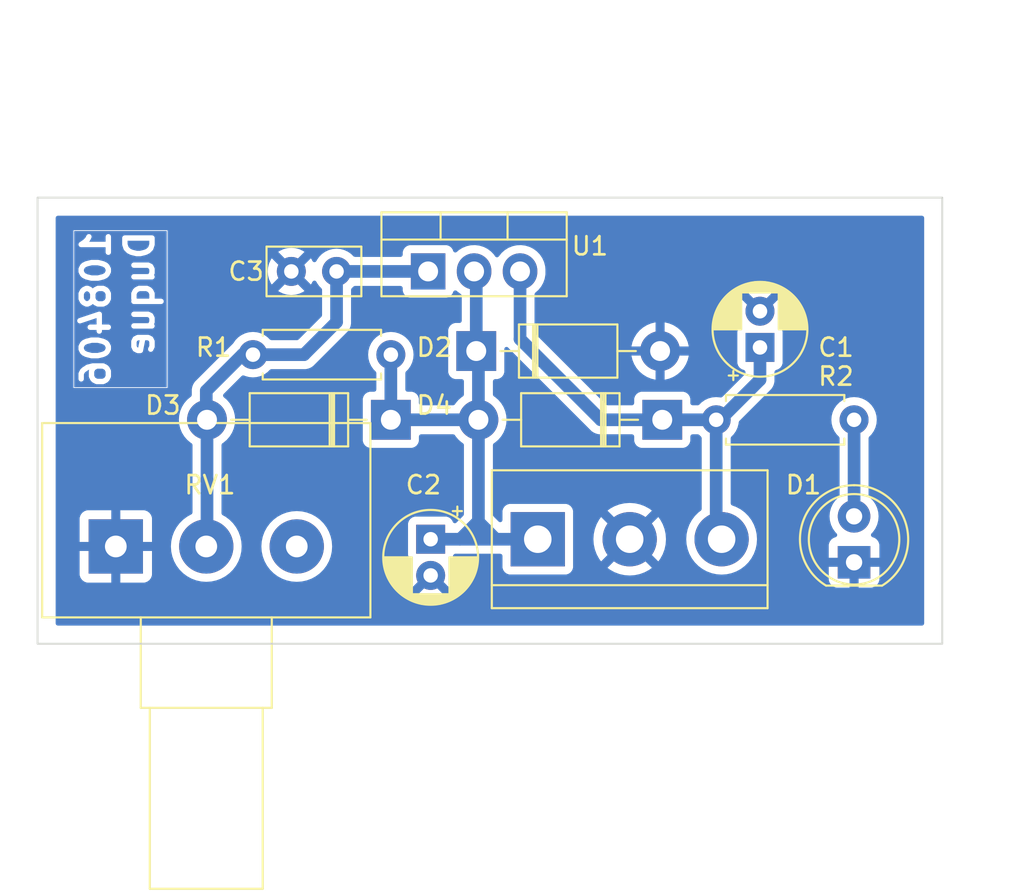
<source format=kicad_pcb>
(kicad_pcb (version 20221018) (generator pcbnew)
  (layers (0 "F.Cu" signal) (31 "B.Cu" signal) (34 "B.Paste" user) (35 "F.Paste" user) (36 "B.SilkS" user "B.Silkscreen") (37 "F.SilkS" user "F.Silkscreen") (38 "B.Mask" user) (39 "F.Mask" user) (44 "Edge.Cuts" user))
  (net 0 "")
  (net 1 "VCC")
  (net 2 "GND")
  (net 3 "/Vout")
  (net 4 "Net-(D3-A)")
  (net 5 "Net-(D1-A)")
  (footprint "Diode_THT:D_DO-41_SOD81_P10.16mm_Horizontal" (layer "F.Cu") (at 137.4 92.4 180)
    (fp_text reference "D3" (at 12.6 0.8) (layer "F.SilkS"))
    (fp_text value "1N4007")
    (fp_line (start 1.34 0) (end 2.36 0) (stroke (width 0.12)) (layer "F.SilkS"))
    (fp_line (start 2.36 -1.47) (end 2.36 1.47) (stroke (width 0.12)) (layer "F.SilkS"))
    (fp_line (start 2.36 1.47) (end 7.8 1.47) (stroke (width 0.12)) (layer "F.SilkS"))
    (fp_line (start 3.14 -1.47) (end 3.14 1.47) (stroke (width 0.12)) (layer "F.SilkS"))
    (fp_line (start 3.26 -1.47) (end 3.26 1.47) (stroke (width 0.12)) (layer "F.SilkS"))
    (fp_line (start 3.38 -1.47) (end 3.38 1.47) (stroke (width 0.12)) (layer "F.SilkS"))
    (fp_line (start 7.8 -1.47) (end 2.36 -1.47) (stroke (width 0.12)) (layer "F.SilkS"))
    (fp_line (start 7.8 1.47) (end 7.8 -1.47) (stroke (width 0.12)) (layer "F.SilkS"))
    (fp_line (start 8.82 0) (end 7.8 0) (stroke (width 0.12)) (layer "F.SilkS"))
    (pad "1" thru_hole rect (at 0 0 180) (size 2.2 2.2) (drill 1.1) (layers "*.Cu" "*.Mask") (net 3 "/Vout"))
    (pad "2" thru_hole oval (at 10.16 0 180) (size 2.2 2.2) (drill 1.1) (layers "*.Cu" "*.Mask") (net 4 "Net-(D3-A)"))
  )
  (footprint "LED_THT:LED_D5.0mm" (layer "F.Cu") (at 163 100.275 90)
    (fp_text reference "D1" (at 4.275 -2.8) (layer "F.SilkS"))
    (fp_text value "Red")
    (fp_line (start -1.29 -1.545) (end -1.29 1.545) (stroke (width 0.12)) (layer "F.SilkS"))
    (fp_arc (start -1.29 -1.54483) (mid 2.072002 -2.880433) (end 4.26 0.000462) (stroke (width 0.12)) (layer "F.SilkS"))
    (fp_arc (start 4.26 -0.000462) (mid 2.072002 2.880433) (end -1.29 1.54483) (stroke (width 0.12)) (layer "F.SilkS"))
    (fp_circle (center 1.27 0) (end 3.77 0) (stroke (width 0.12)) (fill none) (layer "F.SilkS"))
    (pad "1" thru_hole rect (at 0 0 90) (size 1.8 1.8) (drill 0.9) (layers "*.Cu" "*.Mask") (net 2 "GND"))
    (pad "2" thru_hole circle (at 2.54 0 90) (size 1.8 1.8) (drill 0.9) (layers "*.Cu" "*.Mask") (net 5 "Net-(D1-A)"))
  )
  (footprint "Package_TO_SOT_THT:TO-220-3_Vertical" (layer "F.Cu") (at 139.46 84.2)
    (fp_text reference "U1" (at 8.94 -1.4) (layer "F.SilkS"))
    (fp_text value "LM317")
    (fp_line (start -2.58 -3.27) (end -2.58 1.371) (stroke (width 0.12)) (layer "F.SilkS"))
    (fp_line (start -2.58 -3.27) (end 7.66 -3.27) (stroke (width 0.12)) (layer "F.SilkS"))
    (fp_line (start -2.58 -1.76) (end 7.66 -1.76) (stroke (width 0.12)) (layer "F.SilkS"))
    (fp_line (start -2.58 1.371) (end 7.66 1.371) (stroke (width 0.12)) (layer "F.SilkS"))
    (fp_line (start 0.69 -3.27) (end 0.69 -1.76) (stroke (width 0.12)) (layer "F.SilkS"))
    (fp_line (start 4.391 -3.27) (end 4.391 -1.76) (stroke (width 0.12)) (layer "F.SilkS"))
    (fp_line (start 7.66 -3.27) (end 7.66 1.371) (stroke (width 0.12)) (layer "F.SilkS"))
    (pad "1" thru_hole rect (at 0 0) (size 1.905 2) (drill 1.1) (layers "*.Cu" "*.Mask") (net 4 "Net-(D3-A)"))
    (pad "2" thru_hole oval (at 2.54 0) (size 1.905 2) (drill 1.1) (layers "*.Cu" "*.Mask") (net 3 "/Vout"))
    (pad "3" thru_hole oval (at 5.08 0) (size 1.905 2) (drill 1.1) (layers "*.Cu" "*.Mask") (net 1 "VCC"))
  )
  (footprint "Diode_THT:D_DO-41_SOD81_P10.16mm_Horizontal" (layer "F.Cu") (at 142.12 88.6)
    (fp_text reference "D2" (at -2.32 -0.2) (layer "F.SilkS"))
    (fp_text value "1N4007")
    (fp_line (start 1.34 0) (end 2.36 0) (stroke (width 0.12)) (layer "F.SilkS"))
    (fp_line (start 2.36 -1.47) (end 2.36 1.47) (stroke (width 0.12)) (layer "F.SilkS"))
    (fp_line (start 2.36 1.47) (end 7.8 1.47) (stroke (width 0.12)) (layer "F.SilkS"))
    (fp_line (start 3.14 -1.47) (end 3.14 1.47) (stroke (width 0.12)) (layer "F.SilkS"))
    (fp_line (start 3.26 -1.47) (end 3.26 1.47) (stroke (width 0.12)) (layer "F.SilkS"))
    (fp_line (start 3.38 -1.47) (end 3.38 1.47) (stroke (width 0.12)) (layer "F.SilkS"))
    (fp_line (start 7.8 -1.47) (end 2.36 -1.47) (stroke (width 0.12)) (layer "F.SilkS"))
    (fp_line (start 7.8 1.47) (end 7.8 -1.47) (stroke (width 0.12)) (layer "F.SilkS"))
    (fp_line (start 8.82 0) (end 7.8 0) (stroke (width 0.12)) (layer "F.SilkS"))
    (pad "1" thru_hole rect (at 0 0) (size 2.2 2.2) (drill 1.1) (layers "*.Cu" "*.Mask") (net 3 "/Vout"))
    (pad "2" thru_hole oval (at 10.16 0) (size 2.2 2.2) (drill 1.1) (layers "*.Cu" "*.Mask") (net 2 "GND"))
  )
  (footprint "Diode_THT:D_DO-41_SOD81_P10.16mm_Horizontal" (layer "F.Cu") (at 152.4 92.4 180)
    (fp_text reference "D4" (at 12.6 0.8) (layer "F.SilkS"))
    (fp_text value "1N4007")
    (fp_line (start 1.34 0) (end 2.36 0) (stroke (width 0.12)) (layer "F.SilkS"))
    (fp_line (start 2.36 -1.47) (end 2.36 1.47) (stroke (width 0.12)) (layer "F.SilkS"))
    (fp_line (start 2.36 1.47) (end 7.8 1.47) (stroke (width 0.12)) (layer "F.SilkS"))
    (fp_line (start 3.14 -1.47) (end 3.14 1.47) (stroke (width 0.12)) (layer "F.SilkS"))
    (fp_line (start 3.26 -1.47) (end 3.26 1.47) (stroke (width 0.12)) (layer "F.SilkS"))
    (fp_line (start 3.38 -1.47) (end 3.38 1.47) (stroke (width 0.12)) (layer "F.SilkS"))
    (fp_line (start 7.8 -1.47) (end 2.36 -1.47) (stroke (width 0.12)) (layer "F.SilkS"))
    (fp_line (start 7.8 1.47) (end 7.8 -1.47) (stroke (width 0.12)) (layer "F.SilkS"))
    (fp_line (start 8.82 0) (end 7.8 0) (stroke (width 0.12)) (layer "F.SilkS"))
    (pad "1" thru_hole rect (at 0 0 180) (size 2.2 2.2) (drill 1.1) (layers "*.Cu" "*.Mask") (net 1 "VCC"))
    (pad "2" thru_hole oval (at 10.16 0 180) (size 2.2 2.2) (drill 1.1) (layers "*.Cu" "*.Mask") (net 3 "/Vout"))
  )
  (footprint "TerminalBlock:TerminalBlock_bornier-3_P5.08mm" (layer "F.Cu") (at 145.52 99)
    (fp_text reference "J1" hide)
    (fp_text value "Bornera")
    (fp_line (start -2.54 -3.81) (end 12.7 -3.81) (stroke (width 0.12)) (layer "F.SilkS"))
    (fp_line (start -2.54 2.54) (end 12.7 2.54) (stroke (width 0.12)) (layer "F.SilkS"))
    (fp_line (start -2.54 3.81) (end -2.54 -3.81) (stroke (width 0.12)) (layer "F.SilkS"))
    (fp_line (start -2.54 3.81) (end 12.7 3.81) (stroke (width 0.12)) (layer "F.SilkS"))
    (fp_line (start 12.7 3.81) (end 12.7 -3.81) (stroke (width 0.12)) (layer "F.SilkS"))
    (pad "1" thru_hole rect (at 0 0) (size 3 3) (drill 1.52) (layers "*.Cu" "*.Mask") (net 3 "/Vout"))
    (pad "2" thru_hole circle (at 5.08 0) (size 3 3) (drill 1.52) (layers "*.Cu" "*.Mask") (net 2 "GND"))
    (pad "3" thru_hole circle (at 10.16 0) (size 3 3) (drill 1.52) (layers "*.Cu" "*.Mask") (net 1 "VCC"))
  )
  (footprint "Capacitor_THT:CP_Radial_D5.0mm_P2.00mm" (layer "F.Cu") (at 157.8 88.4 90)
    (fp_text reference "C1" (at 0 4.2 180) (layer "F.SilkS"))
    (fp_text value "10u")
    (fp_line (start -1.804775 -1.475) (end -1.304775 -1.475) (stroke (width 0.12)) (layer "F.SilkS"))
    (fp_line (start -1.554775 -1.725) (end -1.554775 -1.225) (stroke (width 0.12)) (layer "F.SilkS"))
    (fp_line (start 1 -2.58) (end 1 -1.04) (stroke (width 0.12)) (layer "F.SilkS"))
    (fp_line (start 1 1.04) (end 1 2.58) (stroke (width 0.12)) (layer "F.SilkS"))
    (fp_line (start 1.04 -2.58) (end 1.04 -1.04) (stroke (width 0.12)) (layer "F.SilkS"))
    (fp_line (start 1.04 1.04) (end 1.04 2.58) (stroke (width 0.12)) (layer "F.SilkS"))
    (fp_line (start 1.08 -2.579) (end 1.08 -1.04) (stroke (width 0.12)) (layer "F.SilkS"))
    (fp_line (start 1.08 1.04) (end 1.08 2.579) (stroke (width 0.12)) (layer "F.SilkS"))
    (fp_line (start 1.12 -2.578) (end 1.12 -1.04) (stroke (width 0.12)) (layer "F.SilkS"))
    (fp_line (start 1.12 1.04) (end 1.12 2.578) (stroke (width 0.12)) (layer "F.SilkS"))
    (fp_line (start 1.16 -2.576) (end 1.16 -1.04) (stroke (width 0.12)) (layer "F.SilkS"))
    (fp_line (start 1.16 1.04) (end 1.16 2.576) (stroke (width 0.12)) (layer "F.SilkS"))
    (fp_line (start 1.2 -2.573) (end 1.2 -1.04) (stroke (width 0.12)) (layer "F.SilkS"))
    (fp_line (start 1.2 1.04) (end 1.2 2.573) (stroke (width 0.12)) (layer "F.SilkS"))
    (fp_line (start 1.24 -2.569) (end 1.24 -1.04) (stroke (width 0.12)) (layer "F.SilkS"))
    (fp_line (start 1.24 1.04) (end 1.24 2.569) (stroke (width 0.12)) (layer "F.SilkS"))
    (fp_line (start 1.28 -2.565) (end 1.28 -1.04) (stroke (width 0.12)) (layer "F.SilkS"))
    (fp_line (start 1.28 1.04) (end 1.28 2.565) (stroke (width 0.12)) (layer "F.SilkS"))
    (fp_line (start 1.32 -2.561) (end 1.32 -1.04) (stroke (width 0.12)) (layer "F.SilkS"))
    (fp_line (start 1.32 1.04) (end 1.32 2.561) (stroke (width 0.12)) (layer "F.SilkS"))
    (fp_line (start 1.36 -2.556) (end 1.36 -1.04) (stroke (width 0.12)) (layer "F.SilkS"))
    (fp_line (start 1.36 1.04) (end 1.36 2.556) (stroke (width 0.12)) (layer "F.SilkS"))
    (fp_line (start 1.4 -2.55) (end 1.4 -1.04) (stroke (width 0.12)) (layer "F.SilkS"))
    (fp_line (start 1.4 1.04) (end 1.4 2.55) (stroke (width 0.12)) (layer "F.SilkS"))
    (fp_line (start 1.44 -2.543) (end 1.44 -1.04) (stroke (width 0.12)) (layer "F.SilkS"))
    (fp_line (start 1.44 1.04) (end 1.44 2.543) (stroke (width 0.12)) (layer "F.SilkS"))
    (fp_line (start 1.48 -2.536) (end 1.48 -1.04) (stroke (width 0.12)) (layer "F.SilkS"))
    (fp_line (start 1.48 1.04) (end 1.48 2.536) (stroke (width 0.12)) (layer "F.SilkS"))
    (fp_line (start 1.52 -2.528) (end 1.52 -1.04) (stroke (width 0.12)) (layer "F.SilkS"))
    (fp_line (start 1.52 1.04) (end 1.52 2.528) (stroke (width 0.12)) (layer "F.SilkS"))
    (fp_line (start 1.56 -2.52) (end 1.56 -1.04) (stroke (width 0.12)) (layer "F.SilkS"))
    (fp_line (start 1.56 1.04) (end 1.56 2.52) (stroke (width 0.12)) (layer "F.SilkS"))
    (fp_line (start 1.6 -2.511) (end 1.6 -1.04) (stroke (width 0.12)) (layer "F.SilkS"))
    (fp_line (start 1.6 1.04) (end 1.6 2.511) (stroke (width 0.12)) (layer "F.SilkS"))
    (fp_line (start 1.64 -2.501) (end 1.64 -1.04) (stroke (width 0.12)) (layer "F.SilkS"))
    (fp_line (start 1.64 1.04) (end 1.64 2.501) (stroke (width 0.12)) (layer "F.SilkS"))
    (fp_line (start 1.68 -2.491) (end 1.68 -1.04) (stroke (width 0.12)) (layer "F.SilkS"))
    (fp_line (start 1.68 1.04) (end 1.68 2.491) (stroke (width 0.12)) (layer "F.SilkS"))
    (fp_line (start 1.721 -2.48) (end 1.721 -1.04) (stroke (width 0.12)) (layer "F.SilkS"))
    (fp_line (start 1.721 1.04) (end 1.721 2.48) (stroke (width 0.12)) (layer "F.SilkS"))
    (fp_line (start 1.761 -2.468) (end 1.761 -1.04) (stroke (width 0.12)) (layer "F.SilkS"))
    (fp_line (start 1.761 1.04) (end 1.761 2.468) (stroke (width 0.12)) (layer "F.SilkS"))
    (fp_line (start 1.801 -2.455) (end 1.801 -1.04) (stroke (width 0.12)) (layer "F.SilkS"))
    (fp_line (start 1.801 1.04) (end 1.801 2.455) (stroke (width 0.12)) (layer "F.SilkS"))
    (fp_line (start 1.841 -2.442) (end 1.841 -1.04) (stroke (width 0.12)) (layer "F.SilkS"))
    (fp_line (start 1.841 1.04) (end 1.841 2.442) (stroke (width 0.12)) (layer "F.SilkS"))
    (fp_line (start 1.881 -2.428) (end 1.881 -1.04) (stroke (width 0.12)) (layer "F.SilkS"))
    (fp_line (start 1.881 1.04) (end 1.881 2.428) (stroke (width 0.12)) (layer "F.SilkS"))
    (fp_line (start 1.921 -2.414) (end 1.921 -1.04) (stroke (width 0.12)) (layer "F.SilkS"))
    (fp_line (start 1.921 1.04) (end 1.921 2.414) (stroke (width 0.12)) (layer "F.SilkS"))
    (fp_line (start 1.961 -2.398) (end 1.961 -1.04) (stroke (width 0.12)) (layer "F.SilkS"))
    (fp_line (start 1.961 1.04) (end 1.961 2.398) (stroke (width 0.12)) (layer "F.SilkS"))
    (fp_line (start 2.001 -2.382) (end 2.001 -1.04) (stroke (width 0.12)) (layer "F.SilkS"))
    (fp_line (start 2.001 1.04) (end 2.001 2.382) (stroke (width 0.12)) (layer "F.SilkS"))
    (fp_line (start 2.041 -2.365) (end 2.041 -1.04) (stroke (width 0.12)) (layer "F.SilkS"))
    (fp_line (start 2.041 1.04) (end 2.041 2.365) (stroke (width 0.12)) (layer "F.SilkS"))
    (fp_line (start 2.081 -2.348) (end 2.081 -1.04) (stroke (width 0.12)) (layer "F.SilkS"))
    (fp_line (start 2.081 1.04) (end 2.081 2.348) (stroke (width 0.12)) (layer "F.SilkS"))
    (fp_line (start 2.121 -2.329) (end 2.121 -1.04) (stroke (width 0.12)) (layer "F.SilkS"))
    (fp_line (start 2.121 1.04) (end 2.121 2.329) (stroke (width 0.12)) (layer "F.SilkS"))
    (fp_line (start 2.161 -2.31) (end 2.161 -1.04) (stroke (width 0.12)) (layer "F.SilkS"))
    (fp_line (start 2.161 1.04) (end 2.161 2.31) (stroke (width 0.12)) (layer "F.SilkS"))
    (fp_line (start 2.201 -2.29) (end 2.201 -1.04) (stroke (width 0.12)) (layer "F.SilkS"))
    (fp_line (start 2.201 1.04) (end 2.201 2.29) (stroke (width 0.12)) (layer "F.SilkS"))
    (fp_line (start 2.241 -2.268) (end 2.241 -1.04) (stroke (width 0.12)) (layer "F.SilkS"))
    (fp_line (start 2.241 1.04) (end 2.241 2.268) (stroke (width 0.12)) (layer "F.SilkS"))
    (fp_line (start 2.281 -2.247) (end 2.281 -1.04) (stroke (width 0.12)) (layer "F.SilkS"))
    (fp_line (start 2.281 1.04) (end 2.281 2.247) (stroke (width 0.12)) (layer "F.SilkS"))
    (fp_line (start 2.321 -2.224) (end 2.321 -1.04) (stroke (width 0.12)) (layer "F.SilkS"))
    (fp_line (start 2.321 1.04) (end 2.321 2.224) (stroke (width 0.12)) (layer "F.SilkS"))
    (fp_line (start 2.361 -2.2) (end 2.361 -1.04) (stroke (width 0.12)) (layer "F.SilkS"))
    (fp_line (start 2.361 1.04) (end 2.361 2.2) (stroke (width 0.12)) (layer "F.SilkS"))
    (fp_line (start 2.401 -2.175) (end 2.401 -1.04) (stroke (width 0.12)) (layer "F.SilkS"))
    (fp_line (start 2.401 1.04) (end 2.401 2.175) (stroke (width 0.12)) (layer "F.SilkS"))
    (fp_line (start 2.441 -2.149) (end 2.441 -1.04) (stroke (width 0.12)) (layer "F.SilkS"))
    (fp_line (start 2.441 1.04) (end 2.441 2.149) (stroke (width 0.12)) (layer "F.SilkS"))
    (fp_line (start 2.481 -2.122) (end 2.481 -1.04) (stroke (width 0.12)) (layer "F.SilkS"))
    (fp_line (start 2.481 1.04) (end 2.481 2.122) (stroke (width 0.12)) (layer "F.SilkS"))
    (fp_line (start 2.521 -2.095) (end 2.521 -1.04) (stroke (width 0.12)) (layer "F.SilkS"))
    (fp_line (start 2.521 1.04) (end 2.521 2.095) (stroke (width 0.12)) (layer "F.SilkS"))
    (fp_line (start 2.561 -2.065) (end 2.561 -1.04) (stroke (width 0.12)) (layer "F.SilkS"))
    (fp_line (start 2.561 1.04) (end 2.561 2.065) (stroke (width 0.12)) (layer "F.SilkS"))
    (fp_line (start 2.601 -2.035) (end 2.601 -1.04) (stroke (width 0.12)) (layer "F.SilkS"))
    (fp_line (start 2.601 1.04) (end 2.601 2.035) (stroke (width 0.12)) (layer "F.SilkS"))
    (fp_line (start 2.641 -2.004) (end 2.641 -1.04) (stroke (width 0.12)) (layer "F.SilkS"))
    (fp_line (start 2.641 1.04) (end 2.641 2.004) (stroke (width 0.12)) (layer "F.SilkS"))
    (fp_line (start 2.681 -1.971) (end 2.681 -1.04) (stroke (width 0.12)) (layer "F.SilkS"))
    (fp_line (start 2.681 1.04) (end 2.681 1.971) (stroke (width 0.12)) (layer "F.SilkS"))
    (fp_line (start 2.721 -1.937) (end 2.721 -1.04) (stroke (width 0.12)) (layer "F.SilkS"))
    (fp_line (start 2.721 1.04) (end 2.721 1.937) (stroke (width 0.12)) (layer "F.SilkS"))
    (fp_line (start 2.761 -1.901) (end 2.761 -1.04) (stroke (width 0.12)) (layer "F.SilkS"))
    (fp_line (start 2.761 1.04) (end 2.761 1.901) (stroke (width 0.12)) (layer "F.SilkS"))
    (fp_line (start 2.801 -1.864) (end 2.801 -1.04) (stroke (width 0.12)) (layer "F.SilkS"))
    (fp_line (start 2.801 1.04) (end 2.801 1.864) (stroke (width 0.12)) (layer "F.SilkS"))
    (fp_line (start 2.841 -1.826) (end 2.841 -1.04) (stroke (width 0.12)) (layer "F.SilkS"))
    (fp_line (start 2.841 1.04) (end 2.841 1.826) (stroke (width 0.12)) (layer "F.SilkS"))
    (fp_line (start 2.881 -1.785) (end 2.881 -1.04) (stroke (width 0.12)) (layer "F.SilkS"))
    (fp_line (start 2.881 1.04) (end 2.881 1.785) (stroke (width 0.12)) (layer "F.SilkS"))
    (fp_line (start 2.921 -1.743) (end 2.921 -1.04) (stroke (width 0.12)) (layer "F.SilkS"))
    (fp_line (start 2.921 1.04) (end 2.921 1.743) (stroke (width 0.12)) (layer "F.SilkS"))
    (fp_line (start 2.961 -1.699) (end 2.961 -1.04) (stroke (width 0.12)) (layer "F.SilkS"))
    (fp_line (start 2.961 1.04) (end 2.961 1.699) (stroke (width 0.12)) (layer "F.SilkS"))
    (fp_line (start 3.001 -1.653) (end 3.001 -1.04) (stroke (width 0.12)) (layer "F.SilkS"))
    (fp_line (start 3.001 1.04) (end 3.001 1.653) (stroke (width 0.12)) (layer "F.SilkS"))
    (fp_line (start 3.041 -1.605) (end 3.041 1.605) (stroke (width 0.12)) (layer "F.SilkS"))
    (fp_line (start 3.081 -1.554) (end 3.081 1.554) (stroke (width 0.12)) (layer "F.SilkS"))
    (fp_line (start 3.121 -1.5) (end 3.121 1.5) (stroke (width 0.12)) (layer "F.SilkS"))
    (fp_line (start 3.161 -1.443) (end 3.161 1.443) (stroke (width 0.12)) (layer "F.SilkS"))
    (fp_line (start 3.201 -1.383) (end 3.201 1.383) (stroke (width 0.12)) (layer "F.SilkS"))
    (fp_line (start 3.241 -1.319) (end 3.241 1.319) (stroke (width 0.12)) (layer "F.SilkS"))
    (fp_line (start 3.281 -1.251) (end 3.281 1.251) (stroke (width 0.12)) (layer "F.SilkS"))
    (fp_line (start 3.321 -1.178) (end 3.321 1.178) (stroke (width 0.12)) (layer "F.SilkS"))
    (fp_line (start 3.361 -1.098) (end 3.361 1.098) (stroke (width 0.12)) (layer "F.SilkS"))
    (fp_line (start 3.401 -1.011) (end 3.401 1.011) (stroke (width 0.12)) (layer "F.SilkS"))
    (fp_line (start 3.441 -0.915) (end 3.441 0.915) (stroke (width 0.12)) (layer "F.SilkS"))
    (fp_line (start 3.481 -0.805) (end 3.481 0.805) (stroke (width 0.12)) (layer "F.SilkS"))
    (fp_line (start 3.521 -0.677) (end 3.521 0.677) (stroke (width 0.12)) (layer "F.SilkS"))
    (fp_line (start 3.561 -0.518) (end 3.561 0.518) (stroke (width 0.12)) (layer "F.SilkS"))
    (fp_line (start 3.601 -0.284) (end 3.601 0.284) (stroke (width 0.12)) (layer "F.SilkS"))
    (fp_circle (center 1 0) (end 3.62 0) (stroke (width 0.12)) (fill none) (layer "F.SilkS"))
    (pad "1" thru_hole rect (at 0 0 90) (size 1.6 1.6) (drill 0.8) (layers "*.Cu" "*.Mask") (net 1 "VCC"))
    (pad "2" thru_hole circle (at 2 0 90) (size 1.6 1.6) (drill 0.8) (layers "*.Cu" "*.Mask") (net 2 "GND"))
  )
  (footprint "Capacitor_THT:CP_Radial_D5.0mm_P2.00mm" (layer "F.Cu") (at 139.6 99 -90)
    (fp_text reference "C2" (at -3 0.4 -180) (layer "F.SilkS"))
    (fp_text value "10u")
    (fp_line (start -1.804775 -1.475) (end -1.304775 -1.475) (stroke (width 0.12)) (layer "F.SilkS"))
    (fp_line (start -1.554775 -1.725) (end -1.554775 -1.225) (stroke (width 0.12)) (layer "F.SilkS"))
    (fp_line (start 1 -2.58) (end 1 -1.04) (stroke (width 0.12)) (layer "F.SilkS"))
    (fp_line (start 1 1.04) (end 1 2.58) (stroke (width 0.12)) (layer "F.SilkS"))
    (fp_line (start 1.04 -2.58) (end 1.04 -1.04) (stroke (width 0.12)) (layer "F.SilkS"))
    (fp_line (start 1.04 1.04) (end 1.04 2.58) (stroke (width 0.12)) (layer "F.SilkS"))
    (fp_line (start 1.08 -2.579) (end 1.08 -1.04) (stroke (width 0.12)) (layer "F.SilkS"))
    (fp_line (start 1.08 1.04) (end 1.08 2.579) (stroke (width 0.12)) (layer "F.SilkS"))
    (fp_line (start 1.12 -2.578) (end 1.12 -1.04) (stroke (width 0.12)) (layer "F.SilkS"))
    (fp_line (start 1.12 1.04) (end 1.12 2.578) (stroke (width 0.12)) (layer "F.SilkS"))
    (fp_line (start 1.16 -2.576) (end 1.16 -1.04) (stroke (width 0.12)) (layer "F.SilkS"))
    (fp_line (start 1.16 1.04) (end 1.16 2.576) (stroke (width 0.12)) (layer "F.SilkS"))
    (fp_line (start 1.2 -2.573) (end 1.2 -1.04) (stroke (width 0.12)) (layer "F.SilkS"))
    (fp_line (start 1.2 1.04) (end 1.2 2.573) (stroke (width 0.12)) (layer "F.SilkS"))
    (fp_line (start 1.24 -2.569) (end 1.24 -1.04) (stroke (width 0.12)) (layer "F.SilkS"))
    (fp_line (start 1.24 1.04) (end 1.24 2.569) (stroke (width 0.12)) (layer "F.SilkS"))
    (fp_line (start 1.28 -2.565) (end 1.28 -1.04) (stroke (width 0.12)) (layer "F.SilkS"))
    (fp_line (start 1.28 1.04) (end 1.28 2.565) (stroke (width 0.12)) (layer "F.SilkS"))
    (fp_line (start 1.32 -2.561) (end 1.32 -1.04) (stroke (width 0.12)) (layer "F.SilkS"))
    (fp_line (start 1.32 1.04) (end 1.32 2.561) (stroke (width 0.12)) (layer "F.SilkS"))
    (fp_line (start 1.36 -2.556) (end 1.36 -1.04) (stroke (width 0.12)) (layer "F.SilkS"))
    (fp_line (start 1.36 1.04) (end 1.36 2.556) (stroke (width 0.12)) (layer "F.SilkS"))
    (fp_line (start 1.4 -2.55) (end 1.4 -1.04) (stroke (width 0.12)) (layer "F.SilkS"))
    (fp_line (start 1.4 1.04) (end 1.4 2.55) (stroke (width 0.12)) (layer "F.SilkS"))
    (fp_line (start 1.44 -2.543) (end 1.44 -1.04) (stroke (width 0.12)) (layer "F.SilkS"))
    (fp_line (start 1.44 1.04) (end 1.44 2.543) (stroke (width 0.12)) (layer "F.SilkS"))
    (fp_line (start 1.48 -2.536) (end 1.48 -1.04) (stroke (width 0.12)) (layer "F.SilkS"))
    (fp_line (start 1.48 1.04) (end 1.48 2.536) (stroke (width 0.12)) (layer "F.SilkS"))
    (fp_line (start 1.52 -2.528) (end 1.52 -1.04) (stroke (width 0.12)) (layer "F.SilkS"))
    (fp_line (start 1.52 1.04) (end 1.52 2.528) (stroke (width 0.12)) (layer "F.SilkS"))
    (fp_line (start 1.56 -2.52) (end 1.56 -1.04) (stroke (width 0.12)) (layer "F.SilkS"))
    (fp_line (start 1.56 1.04) (end 1.56 2.52) (stroke (width 0.12)) (layer "F.SilkS"))
    (fp_line (start 1.6 -2.511) (end 1.6 -1.04) (stroke (width 0.12)) (layer "F.SilkS"))
    (fp_line (start 1.6 1.04) (end 1.6 2.511) (stroke (width 0.12)) (layer "F.SilkS"))
    (fp_line (start 1.64 -2.501) (end 1.64 -1.04) (stroke (width 0.12)) (layer "F.SilkS"))
    (fp_line (start 1.64 1.04) (end 1.64 2.501) (stroke (width 0.12)) (layer "F.SilkS"))
    (fp_line (start 1.68 -2.491) (end 1.68 -1.04) (stroke (width 0.12)) (layer "F.SilkS"))
    (fp_line (start 1.68 1.04) (end 1.68 2.491) (stroke (width 0.12)) (layer "F.SilkS"))
    (fp_line (start 1.721 -2.48) (end 1.721 -1.04) (stroke (width 0.12)) (layer "F.SilkS"))
    (fp_line (start 1.721 1.04) (end 1.721 2.48) (stroke (width 0.12)) (layer "F.SilkS"))
    (fp_line (start 1.761 -2.468) (end 1.761 -1.04) (stroke (width 0.12)) (layer "F.SilkS"))
    (fp_line (start 1.761 1.04) (end 1.761 2.468) (stroke (width 0.12)) (layer "F.SilkS"))
    (fp_line (start 1.801 -2.455) (end 1.801 -1.04) (stroke (width 0.12)) (layer "F.SilkS"))
    (fp_line (start 1.801 1.04) (end 1.801 2.455) (stroke (width 0.12)) (layer "F.SilkS"))
    (fp_line (start 1.841 -2.442) (end 1.841 -1.04) (stroke (width 0.12)) (layer "F.SilkS"))
    (fp_line (start 1.841 1.04) (end 1.841 2.442) (stroke (width 0.12)) (layer "F.SilkS"))
    (fp_line (start 1.881 -2.428) (end 1.881 -1.04) (stroke (width 0.12)) (layer "F.SilkS"))
    (fp_line (start 1.881 1.04) (end 1.881 2.428) (stroke (width 0.12)) (layer "F.SilkS"))
    (fp_line (start 1.921 -2.414) (end 1.921 -1.04) (stroke (width 0.12)) (layer "F.SilkS"))
    (fp_line (start 1.921 1.04) (end 1.921 2.414) (stroke (width 0.12)) (layer "F.SilkS"))
    (fp_line (start 1.961 -2.398) (end 1.961 -1.04) (stroke (width 0.12)) (layer "F.SilkS"))
    (fp_line (start 1.961 1.04) (end 1.961 2.398) (stroke (width 0.12)) (layer "F.SilkS"))
    (fp_line (start 2.001 -2.382) (end 2.001 -1.04) (stroke (width 0.12)) (layer "F.SilkS"))
    (fp_line (start 2.001 1.04) (end 2.001 2.382) (stroke (width 0.12)) (layer "F.SilkS"))
    (fp_line (start 2.041 -2.365) (end 2.041 -1.04) (stroke (width 0.12)) (layer "F.SilkS"))
    (fp_line (start 2.041 1.04) (end 2.041 2.365) (stroke (width 0.12)) (layer "F.SilkS"))
    (fp_line (start 2.081 -2.348) (end 2.081 -1.04) (stroke (width 0.12)) (layer "F.SilkS"))
    (fp_line (start 2.081 1.04) (end 2.081 2.348) (stroke (width 0.12)) (layer "F.SilkS"))
    (fp_line (start 2.121 -2.329) (end 2.121 -1.04) (stroke (width 0.12)) (layer "F.SilkS"))
    (fp_line (start 2.121 1.04) (end 2.121 2.329) (stroke (width 0.12)) (layer "F.SilkS"))
    (fp_line (start 2.161 -2.31) (end 2.161 -1.04) (stroke (width 0.12)) (layer "F.SilkS"))
    (fp_line (start 2.161 1.04) (end 2.161 2.31) (stroke (width 0.12)) (layer "F.SilkS"))
    (fp_line (start 2.201 -2.29) (end 2.201 -1.04) (stroke (width 0.12)) (layer "F.SilkS"))
    (fp_line (start 2.201 1.04) (end 2.201 2.29) (stroke (width 0.12)) (layer "F.SilkS"))
    (fp_line (start 2.241 -2.268) (end 2.241 -1.04) (stroke (width 0.12)) (layer "F.SilkS"))
    (fp_line (start 2.241 1.04) (end 2.241 2.268) (stroke (width 0.12)) (layer "F.SilkS"))
    (fp_line (start 2.281 -2.247) (end 2.281 -1.04) (stroke (width 0.12)) (layer "F.SilkS"))
    (fp_line (start 2.281 1.04) (end 2.281 2.247) (stroke (width 0.12)) (layer "F.SilkS"))
    (fp_line (start 2.321 -2.224) (end 2.321 -1.04) (stroke (width 0.12)) (layer "F.SilkS"))
    (fp_line (start 2.321 1.04) (end 2.321 2.224) (stroke (width 0.12)) (layer "F.SilkS"))
    (fp_line (start 2.361 -2.2) (end 2.361 -1.04) (stroke (width 0.12)) (layer "F.SilkS"))
    (fp_line (start 2.361 1.04) (end 2.361 2.2) (stroke (width 0.12)) (layer "F.SilkS"))
    (fp_line (start 2.401 -2.175) (end 2.401 -1.04) (stroke (width 0.12)) (layer "F.SilkS"))
    (fp_line (start 2.401 1.04) (end 2.401 2.175) (stroke (width 0.12)) (layer "F.SilkS"))
    (fp_line (start 2.441 -2.149) (end 2.441 -1.04) (stroke (width 0.12)) (layer "F.SilkS"))
    (fp_line (start 2.441 1.04) (end 2.441 2.149) (stroke (width 0.12)) (layer "F.SilkS"))
    (fp_line (start 2.481 -2.122) (end 2.481 -1.04) (stroke (width 0.12)) (layer "F.SilkS"))
    (fp_line (start 2.481 1.04) (end 2.481 2.122) (stroke (width 0.12)) (layer "F.SilkS"))
    (fp_line (start 2.521 -2.095) (end 2.521 -1.04) (stroke (width 0.12)) (layer "F.SilkS"))
    (fp_line (start 2.521 1.04) (end 2.521 2.095) (stroke (width 0.12)) (layer "F.SilkS"))
    (fp_line (start 2.561 -2.065) (end 2.561 -1.04) (stroke (width 0.12)) (layer "F.SilkS"))
    (fp_line (start 2.561 1.04) (end 2.561 2.065) (stroke (width 0.12)) (layer "F.SilkS"))
    (fp_line (start 2.601 -2.035) (end 2.601 -1.04) (stroke (width 0.12)) (layer "F.SilkS"))
    (fp_line (start 2.601 1.04) (end 2.601 2.035) (stroke (width 0.12)) (layer "F.SilkS"))
    (fp_line (start 2.641 -2.004) (end 2.641 -1.04) (stroke (width 0.12)) (layer "F.SilkS"))
    (fp_line (start 2.641 1.04) (end 2.641 2.004) (stroke (width 0.12)) (layer "F.SilkS"))
    (fp_line (start 2.681 -1.971) (end 2.681 -1.04) (stroke (width 0.12)) (layer "F.SilkS"))
    (fp_line (start 2.681 1.04) (end 2.681 1.971) (stroke (width 0.12)) (layer "F.SilkS"))
    (fp_line (start 2.721 -1.937) (end 2.721 -1.04) (stroke (width 0.12)) (layer "F.SilkS"))
    (fp_line (start 2.721 1.04) (end 2.721 1.937) (stroke (width 0.12)) (layer "F.SilkS"))
    (fp_line (start 2.761 -1.901) (end 2.761 -1.04) (stroke (width 0.12)) (layer "F.SilkS"))
    (fp_line (start 2.761 1.04) (end 2.761 1.901) (stroke (width 0.12)) (layer "F.SilkS"))
    (fp_line (start 2.801 -1.864) (end 2.801 -1.04) (stroke (width 0.12)) (layer "F.SilkS"))
    (fp_line (start 2.801 1.04) (end 2.801 1.864) (stroke (width 0.12)) (layer "F.SilkS"))
    (fp_line (start 2.841 -1.826) (end 2.841 -1.04) (stroke (width 0.12)) (layer "F.SilkS"))
    (fp_line (start 2.841 1.04) (end 2.841 1.826) (stroke (width 0.12)) (layer "F.SilkS"))
    (fp_line (start 2.881 -1.785) (end 2.881 -1.04) (stroke (width 0.12)) (layer "F.SilkS"))
    (fp_line (start 2.881 1.04) (end 2.881 1.785) (stroke (width 0.12)) (layer "F.SilkS"))
    (fp_line (start 2.921 -1.743) (end 2.921 -1.04) (stroke (width 0.12)) (layer "F.SilkS"))
    (fp_line (start 2.921 1.04) (end 2.921 1.743) (stroke (width 0.12)) (layer "F.SilkS"))
    (fp_line (start 2.961 -1.699) (end 2.961 -1.04) (stroke (width 0.12)) (layer "F.SilkS"))
    (fp_line (start 2.961 1.04) (end 2.961 1.699) (stroke (width 0.12)) (layer "F.SilkS"))
    (fp_line (start 3.001 -1.653) (end 3.001 -1.04) (stroke (width 0.12)) (layer "F.SilkS"))
    (fp_line (start 3.001 1.04) (end 3.001 1.653) (stroke (width 0.12)) (layer "F.SilkS"))
    (fp_line (start 3.041 -1.605) (end 3.041 1.605) (stroke (width 0.12)) (layer "F.SilkS"))
    (fp_line (start 3.081 -1.554) (end 3.081 1.554) (stroke (width 0.12)) (layer "F.SilkS"))
    (fp_line (start 3.121 -1.5) (end 3.121 1.5) (stroke (width 0.12)) (layer "F.SilkS"))
    (fp_line (start 3.161 -1.443) (end 3.161 1.443) (stroke (width 0.12)) (layer "F.SilkS"))
    (fp_line (start 3.201 -1.383) (end 3.201 1.383) (stroke (width 0.12)) (layer "F.SilkS"))
    (fp_line (start 3.241 -1.319) (end 3.241 1.319) (stroke (width 0.12)) (layer "F.SilkS"))
    (fp_line (start 3.281 -1.251) (end 3.281 1.251) (stroke (width 0.12)) (layer "F.SilkS"))
    (fp_line (start 3.321 -1.178) (end 3.321 1.178) (stroke (width 0.12)) (layer "F.SilkS"))
    (fp_line (start 3.361 -1.098) (end 3.361 1.098) (stroke (width 0.12)) (layer "F.SilkS"))
    (fp_line (start 3.401 -1.011) (end 3.401 1.011) (stroke (width 0.12)) (layer "F.SilkS"))
    (fp_line (start 3.441 -0.915) (end 3.441 0.915) (stroke (width 0.12)) (layer "F.SilkS"))
    (fp_line (start 3.481 -0.805) (end 3.481 0.805) (stroke (width 0.12)) (layer "F.SilkS"))
    (fp_line (start 3.521 -0.677) (end 3.521 0.677) (stroke (width 0.12)) (layer "F.SilkS"))
    (fp_line (start 3.561 -0.518) (end 3.561 0.518) (stroke (width 0.12)) (layer "F.SilkS"))
    (fp_line (start 3.601 -0.284) (end 3.601 0.284) (stroke (width 0.12)) (layer "F.SilkS"))
    (fp_circle (center 1 0) (end 3.62 0) (stroke (width 0.12)) (fill none) (layer "F.SilkS"))
    (pad "1" thru_hole rect (at 0 0 270) (size 1.6 1.6) (drill 0.8) (layers "*.Cu" "*.Mask") (net 3 "/Vout"))
    (pad "2" thru_hole circle (at 2 0 270) (size 1.6 1.6) (drill 0.8) (layers "*.Cu" "*.Mask") (net 2 "GND"))
  )
  (footprint "Capacitor_THT:C_Disc_D5.0mm_W2.5mm_P2.50mm" (layer "F.Cu") (at 131.9 84.2)
    (fp_text reference "C3" (at -2.5 0) (layer "F.SilkS"))
    (fp_text value "100n")
    (fp_line (start -1.37 -1.37) (end -1.37 1.37) (stroke (width 0.12)) (layer "F.SilkS"))
    (fp_line (start -1.37 -1.37) (end 3.87 -1.37) (stroke (width 0.12)) (layer "F.SilkS"))
    (fp_line (start -1.37 1.37) (end 3.87 1.37) (stroke (width 0.12)) (layer "F.SilkS"))
    (fp_line (start 3.87 -1.37) (end 3.87 1.37) (stroke (width 0.12)) (layer "F.SilkS"))
    (pad "1" thru_hole circle (at 0 0) (size 1.6 1.6) (drill 0.8) (layers "*.Cu" "*.Mask") (net 2 "GND"))
    (pad "2" thru_hole circle (at 2.5 0) (size 1.6 1.6) (drill 0.8) (layers "*.Cu" "*.Mask") (net 4 "Net-(D3-A)"))
  )
  (footprint "Resistor_THT:R_Axial_DIN0207_L6.3mm_D2.5mm_P7.62mm_Horizontal" (layer "F.Cu") (at 137.4 88.8 180)
    (fp_text reference "R1" (at 9.8 0.4) (layer "F.SilkS"))
    (fp_text value "220")
    (fp_line (start 0.54 -1.37) (end 7.08 -1.37) (stroke (width 0.12)) (layer "F.SilkS"))
    (fp_line (start 0.54 -1.04) (end 0.54 -1.37) (stroke (width 0.12)) (layer "F.SilkS"))
    (fp_line (start 0.54 1.04) (end 0.54 1.37) (stroke (width 0.12)) (layer "F.SilkS"))
    (fp_line (start 0.54 1.37) (end 7.08 1.37) (stroke (width 0.12)) (layer "F.SilkS"))
    (fp_line (start 7.08 -1.37) (end 7.08 -1.04) (stroke (width 0.12)) (layer "F.SilkS"))
    (fp_line (start 7.08 1.37) (end 7.08 1.04) (stroke (width 0.12)) (layer "F.SilkS"))
    (pad "1" thru_hole circle (at 0 0 180) (size 1.6 1.6) (drill 0.8) (layers "*.Cu" "*.Mask") (net 3 "/Vout"))
    (pad "2" thru_hole oval (at 7.62 0 180) (size 1.6 1.6) (drill 0.8) (layers "*.Cu" "*.Mask") (net 4 "Net-(D3-A)"))
  )
  (footprint "Resistor_THT:R_Axial_DIN0207_L6.3mm_D2.5mm_P7.62mm_Horizontal" (layer "F.Cu") (at 155.38 92.4)
    (fp_text reference "R2" (at 6.62 -2.4) (layer "F.SilkS"))
    (fp_text value "1k")
    (fp_line (start 0.54 -1.37) (end 7.08 -1.37) (stroke (width 0.12)) (layer "F.SilkS"))
    (fp_line (start 0.54 -1.04) (end 0.54 -1.37) (stroke (width 0.12)) (layer "F.SilkS"))
    (fp_line (start 0.54 1.04) (end 0.54 1.37) (stroke (width 0.12)) (layer "F.SilkS"))
    (fp_line (start 0.54 1.37) (end 7.08 1.37) (stroke (width 0.12)) (layer "F.SilkS"))
    (fp_line (start 7.08 -1.37) (end 7.08 -1.04) (stroke (width 0.12)) (layer "F.SilkS"))
    (fp_line (start 7.08 1.37) (end 7.08 1.04) (stroke (width 0.12)) (layer "F.SilkS"))
    (pad "1" thru_hole circle (at 0 0) (size 1.6 1.6) (drill 0.8) (layers "*.Cu" "*.Mask") (net 1 "VCC"))
    (pad "2" thru_hole oval (at 7.62 0) (size 1.6 1.6) (drill 0.8) (layers "*.Cu" "*.Mask") (net 5 "Net-(D1-A)"))
  )
  (footprint "Potentiometer_THT:Potentiometer_Alps_RK163_Single_Horizontal" (layer "F.Cu") (at 122.2 99.4 90)
    (fp_text reference "RV1" (at 3.4 5.2 180) (layer "F.SilkS"))
    (fp_text value "5k")
    (fp_line (start -18.92 8.12) (end -18.92 1.88) (stroke (width 0.12)) (layer "F.SilkS"))
    (fp_line (start -8.92 1.88) (end -18.92 1.88) (stroke (width 0.12)) (layer "F.SilkS"))
    (fp_line (start -8.92 8.12) (end -18.92 8.12) (stroke (width 0.12)) (layer "F.SilkS"))
    (fp_line (start -8.92 8.62) (end -8.92 1.38) (stroke (width 0.12)) (layer "F.SilkS"))
    (fp_line (start -3.92 1.38) (end -8.92 1.38) (stroke (width 0.12)) (layer "F.SilkS"))
    (fp_line (start -3.92 8.62) (end -8.92 8.62) (stroke (width 0.12)) (layer "F.SilkS"))
    (fp_line (start -3.92 14.07) (end -3.92 -4.07) (stroke (width 0.12)) (layer "F.SilkS"))
    (fp_line (start 6.82 -4.07) (end -3.92 -4.07) (stroke (width 0.12)) (layer "F.SilkS"))
    (fp_line (start 6.82 14.07) (end -3.92 14.07) (stroke (width 0.12)) (layer "F.SilkS"))
    (fp_line (start 6.82 14.07) (end 6.82 -4.07) (stroke (width 0.12)) (layer "F.SilkS"))
    (pad "1" thru_hole rect (at 0 0 270) (size 3 3) (drill 1.2) (layers "*.Cu" "*.Mask") (net 2 "GND"))
    (pad "2" thru_hole circle (at 0 5 270) (size 3 3) (drill 1.2) (layers "*.Cu" "*.Mask") (net 4 "Net-(D3-A)"))
    (pad "3" thru_hole circle (at 0 10 270) (size 3 3) (drill 1.2) (layers "*.Cu" "*.Mask"))
  )
  (gr_rect (start 117.875 80.12) (end 167.875 104.775) (stroke (width 0.1)) (fill none) (layer "Edge.Cuts"))
  (gr_text "108406\nDuque" (at 124.4 81.8 90) (layer "B.Cu" knockout) (effects (font (size 1.5 1.5) (thickness 0.3) bold) (justify left bottom mirror)))
  (segment (start 144.54 87.94) (end 144.54 84.2) (width 0.7) (layer "B.Cu") (net 1))
  (segment (start 155.59 92.4) (end 157.8 90.19) (width 0.7) (layer "B.Cu") (net 1))
  (segment (start 155.38 92.4) (end 155.38 98.7) (width 0.7) (layer "B.Cu") (net 1))
  (segment (start 152.4 92.4) (end 149 92.4) (width 0.7) (layer "B.Cu") (net 1))
  (segment (start 155.38 98.7) (end 155.68 99) (width 0.7) (layer "B.Cu") (net 1))
  (segment (start 152.4 92.4) (end 155.59 92.4) (width 0.7) (layer "B.Cu") (net 1))
  (segment (start 157.8 90.19) (end 157.8 88.4) (width 0.7) (layer "B.Cu") (net 1))
  (segment (start 149 92.4) (end 144.54 87.94) (width 0.7) (layer "B.Cu") (net 1))
  (segment (start 142.12 84.32) (end 142 84.2) (width 0.7) (layer "B.Cu") (net 3))
  (segment (start 142.24 88.72) (end 142.12 88.6) (width 0.7) (layer "B.Cu") (net 3))
  (segment (start 142.24 98) (end 142.24 98.04) (width 0.7) (layer "B.Cu") (net 3))
  (segment (start 137.4 92.4) (end 142.24 92.4) (width 0.7) (layer "B.Cu") (net 3))
  (segment (start 137.4 88.8) (end 137.4 92.4) (width 0.7) (layer "B.Cu") (net 3))
  (segment (start 141.24 99) (end 142.24 98) (width 0.7) (layer "B.Cu") (net 3))
  (segment (start 139.6 99) (end 141.2 99) (width 0.7) (layer "B.Cu") (net 3))
  (segment (start 141.2 99) (end 143.2 99) (width 0.7) (layer "B.Cu") (net 3))
  (segment (start 142.12 88.6) (end 142.12 84.32) (width 0.7) (layer "B.Cu") (net 3))
  (segment (start 139.6 99) (end 139.6 99.2) (width 0.7) (layer "B.Cu") (net 3))
  (segment (start 142.24 99) (end 142.24 98) (width 0.7) (layer "B.Cu") (net 3))
  (segment (start 142.24 92.4) (end 142.24 88.72) (width 0.7) (layer "B.Cu") (net 3))
  (segment (start 142.24 98.04) (end 143.2 99) (width 0.7) (layer "B.Cu") (net 3))
  (segment (start 141.2 99) (end 141.24 99) (width 0.7) (layer "B.Cu") (net 3))
  (segment (start 142.24 98) (end 142.24 92.4) (width 0.7) (layer "B.Cu") (net 3))
  (segment (start 142 88.48) (end 142.12 88.6) (width 0.7) (layer "B.Cu") (net 3))
  (segment (start 143.2 99) (end 145.52 99) (width 0.7) (layer "B.Cu") (net 3))
  (segment (start 129.2 88.8) (end 127.2 90.8) (width 0.7) (layer "B.Cu") (net 4))
  (segment (start 129.78 88.8) (end 132.6 88.8) (width 0.7) (layer "B.Cu") (net 4))
  (segment (start 127.24 99.36) (end 127.24 92.4) (width 0.7) (layer "B.Cu") (net 4))
  (segment (start 134.4 84.2) (end 139.46 84.2) (width 0.7) (layer "B.Cu") (net 4))
  (segment (start 127.2 99.4) (end 127.24 99.36) (width 0.7) (layer "B.Cu") (net 4))
  (segment (start 134.4 87) (end 134.4 84.2) (width 0.7) (layer "B.Cu") (net 4))
  (segment (start 127.2 90.8) (end 127.2 92.36) (width 0.7) (layer "B.Cu") (net 4))
  (segment (start 127.2 92.36) (end 127.24 92.4) (width 0.7) (layer "B.Cu") (net 4))
  (segment (start 129.78 88.8) (end 129.2 88.8) (width 0.7) (layer "B.Cu") (net 4))
  (segment (start 132.6 88.8) (end 134.4 87) (width 0.7) (layer "B.Cu") (net 4))
  (segment (start 163 92.61) (end 163.21 92.4) (width 0.7) (layer "B.Cu") (net 5))
  (segment (start 163 97.735) (end 163 92.4) (width 0.7) (layer "B.Cu") (net 5))
  (zone (net 2) (net_name "GND") (layer "B.Cu") (connect_pads (clearance 0.45)) (min_thickness 0.25) (fill yes (thermal_gap 0.5) (thermal_bridge_width 0.5))
    (polygon (pts (xy 115.8 69.2) (xy 172.2 69.6) (xy 172.4 107.6) (xy 116.2 108.2)))
  )
)
</source>
